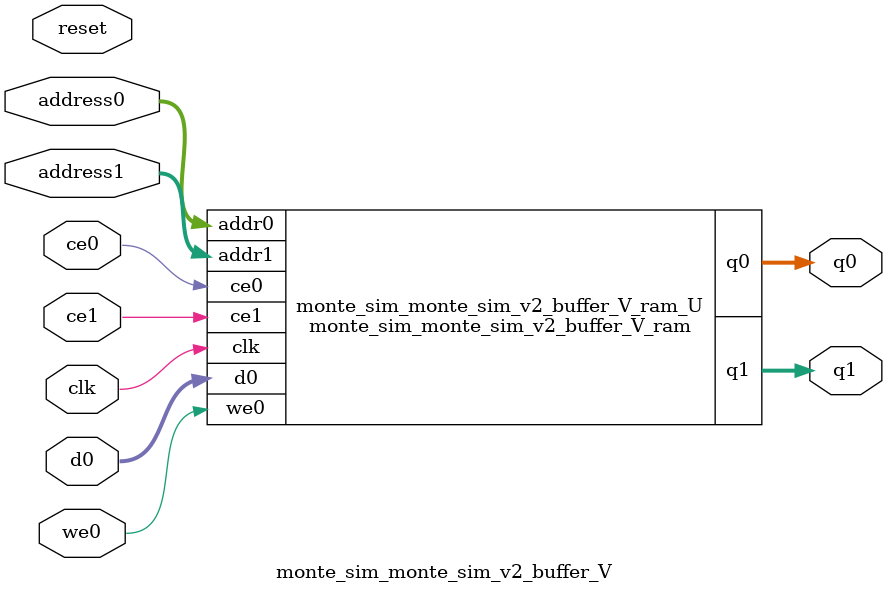
<source format=v>
`timescale 1 ns / 1 ps
module monte_sim_monte_sim_v2_buffer_V_ram (addr0, ce0, d0, we0, q0, addr1, ce1, q1,  clk);

parameter DWIDTH = 32;
parameter AWIDTH = 10;
parameter MEM_SIZE = 1024;

input[AWIDTH-1:0] addr0;
input ce0;
input[DWIDTH-1:0] d0;
input we0;
output reg[DWIDTH-1:0] q0;
input[AWIDTH-1:0] addr1;
input ce1;
output reg[DWIDTH-1:0] q1;
input clk;

(* ram_style = "block" *)reg [DWIDTH-1:0] ram[0:MEM_SIZE-1];




always @(posedge clk)  
begin 
    if (ce0) begin
        if (we0) 
            ram[addr0] <= d0; 
        q0 <= ram[addr0];
    end
end


always @(posedge clk)  
begin 
    if (ce1) begin
        q1 <= ram[addr1];
    end
end


endmodule

`timescale 1 ns / 1 ps
module monte_sim_monte_sim_v2_buffer_V(
    reset,
    clk,
    address0,
    ce0,
    we0,
    d0,
    q0,
    address1,
    ce1,
    q1);

parameter DataWidth = 32'd32;
parameter AddressRange = 32'd1024;
parameter AddressWidth = 32'd10;
input reset;
input clk;
input[AddressWidth - 1:0] address0;
input ce0;
input we0;
input[DataWidth - 1:0] d0;
output[DataWidth - 1:0] q0;
input[AddressWidth - 1:0] address1;
input ce1;
output[DataWidth - 1:0] q1;



monte_sim_monte_sim_v2_buffer_V_ram monte_sim_monte_sim_v2_buffer_V_ram_U(
    .clk( clk ),
    .addr0( address0 ),
    .ce0( ce0 ),
    .we0( we0 ),
    .d0( d0 ),
    .q0( q0 ),
    .addr1( address1 ),
    .ce1( ce1 ),
    .q1( q1 ));

endmodule


</source>
